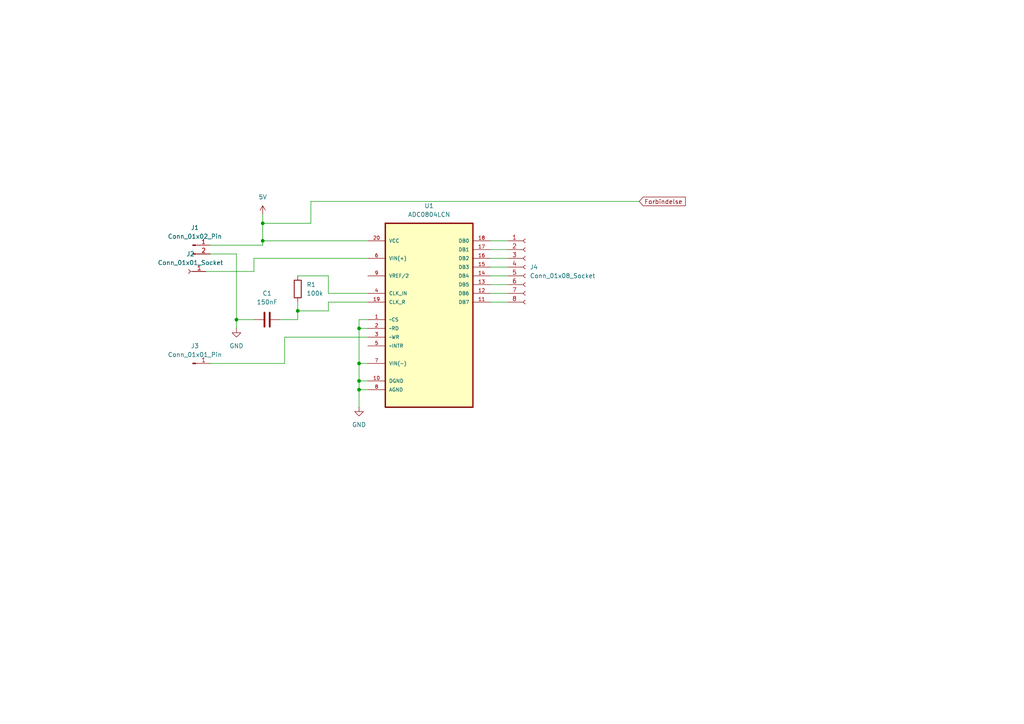
<source format=kicad_sch>
(kicad_sch (version 20250114) (generator "eeschema") (generator_version "9.0")
  (paper "A4")
  (lib_symbols
    (symbol "ADC0804LCN:ADC0804LCN" (pin_names (offset 1.016))
      (property "Reference" "U" (at -5.8785 24.6338 0))
      (property "Value" "ADC0804LCN" (at -5.1859 -33.4032 0))
      (symbol "ADC0804LCN_0_0"
        (rectangle (start -12.7 -30.48) (end 12.7 22.86) (stroke (width 0.4064)) (fill (type background)))
        (pin power_in line (at -17.78 17.78 0) (length 5.08) (name "VCC") (number "20"))
        (pin power_in line (at -17.78 12.7 0) (length 5.08) (name "VIN(+)") (number "6"))
        (pin input line (at -17.78 7.62 0) (length 5.08) (name "VREF/2") (number "9"))
        (pin input line (at -17.78 2.54 0) (length 5.08) (name "CLK_IN") (number "4"))
        (pin input line (at -17.78 0 0) (length 5.08) (name "CLK_R") (number "19"))
        (pin input line (at -17.78 -5.08 0) (length 5.08) (name "~CS") (number "1"))
        (pin input line (at -17.78 -7.62 0) (length 5.08) (name "~RD") (number "2"))
        (pin input line (at -17.78 -10.16 0) (length 5.08) (name "~WR") (number "3"))
        (pin input line (at -17.78 -12.7 0) (length 5.08) (name "~INTR") (number "5"))
        (pin power_in line (at -17.78 -17.78 0) (length 5.08) (name "VIN(-)") (number "7"))
        (pin passive line (at -17.78 -22.86 0) (length 5.08) (name "DGND") (number "10"))
        (pin passive line (at -17.78 -25.4 0) (length 5.08) (name "AGND") (number "8"))
        (pin passive line (at 17.78 17.78 180) (length 5.08) (name "DB0") (number "18"))
        (pin passive line (at 17.78 15.24 180) (length 5.08) (name "DB1") (number "17"))
        (pin passive line (at 17.78 12.7 180) (length 5.08) (name "DB2") (number "16"))
        (pin passive line (at 17.78 10.16 180) (length 5.08) (name "DB3") (number "15"))
        (pin passive line (at 17.78 7.62 180) (length 5.08) (name "DB4") (number "14"))
        (pin passive line (at 17.78 5.08 180) (length 5.08) (name "DB5") (number "13"))
        (pin passive line (at 17.78 2.54 180) (length 5.08) (name "DB6") (number "12"))
        (pin passive line (at 17.78 0 180) (length 5.08) (name "DB7") (number "11"))
      )
    )
    (symbol "Connector:Conn_01x01_Pin" (pin_names (offset 1.016) (hide yes))
      (property "Reference" "J" (at 0 2.54 0))
      (property "Value" "Conn_01x01_Pin" (at 0 -2.54 0))
      (symbol "Conn_01x01_Pin_1_1"
        (rectangle (start 0.8636 0.127) (end 0 -0.127) (stroke (width 0.1524)) (fill (type outline)))
        (polyline (pts (xy 1.27 0) (xy 0.8636 0)) (stroke (width 0.1524)))
        (pin passive line (at 5.08 0 180) (length 3.81) (name "Pin_1") (number "1"))
      )
    )
    (symbol "Connector:Conn_01x01_Socket" (pin_names (offset 1.016) (hide yes))
      (property "Reference" "J" (at 0 2.54 0))
      (property "Value" "Conn_01x01_Socket" (at 0 -2.54 0))
      (symbol "Conn_01x01_Socket_1_1"
        (polyline (pts (xy -1.27 0) (xy -0.508 0)) (stroke (width 0.1524)))
        (arc (start 0 -0.508) (mid -0.5058 0) (end 0 0.508) (stroke (width 0.1524)))
        (pin passive line (at -5.08 0 0) (length 3.81) (name "Pin_1") (number "1"))
      )
    )
    (symbol "Connector:Conn_01x02_Pin" (pin_names (offset 1.016) (hide yes))
      (property "Reference" "J" (at 0 2.54 0))
      (property "Value" "Conn_01x02_Pin" (at 0 -5.08 0))
      (symbol "Conn_01x02_Pin_1_1"
        (rectangle (start 0.8636 0.127) (end 0 -0.127) (stroke (width 0.1524)) (fill (type outline)))
        (rectangle (start 0.8636 -2.413) (end 0 -2.667) (stroke (width 0.1524)) (fill (type outline)))
        (polyline (pts (xy 1.27 0) (xy 0.8636 0)) (stroke (width 0.1524)))
        (polyline (pts (xy 1.27 -2.54) (xy 0.8636 -2.54)) (stroke (width 0.1524)))
        (pin passive line (at 5.08 0 180) (length 3.81) (name "Pin_1") (number "1"))
        (pin passive line (at 5.08 -2.54 180) (length 3.81) (name "Pin_2") (number "2"))
      )
    )
    (symbol "Connector:Conn_01x08_Socket" (pin_names (offset 1.016) (hide yes))
      (property "Reference" "J" (at 0 10.16 0))
      (property "Value" "Conn_01x08_Socket" (at 0 -12.7 0))
      (symbol "Conn_01x08_Socket_1_1"
        (polyline (pts (xy -1.27 7.62) (xy -0.508 7.62)) (stroke (width 0.1524)))
        (polyline (pts (xy -1.27 5.08) (xy -0.508 5.08)) (stroke (width 0.1524)))
        (polyline (pts (xy -1.27 2.54) (xy -0.508 2.54)) (stroke (width 0.1524)))
        (polyline (pts (xy -1.27 0) (xy -0.508 0)) (stroke (width 0.1524)))
        (polyline (pts (xy -1.27 -2.54) (xy -0.508 -2.54)) (stroke (width 0.1524)))
        (polyline (pts (xy -1.27 -5.08) (xy -0.508 -5.08)) (stroke (width 0.1524)))
        (polyline (pts (xy -1.27 -7.62) (xy -0.508 -7.62)) (stroke (width 0.1524)))
        (polyline (pts (xy -1.27 -10.16) (xy -0.508 -10.16)) (stroke (width 0.1524)))
        (arc (start 0 7.112) (mid -0.5058 7.62) (end 0 8.128) (stroke (width 0.1524)))
        (arc (start 0 4.572) (mid -0.5058 5.08) (end 0 5.588) (stroke (width 0.1524)))
        (arc (start 0 2.032) (mid -0.5058 2.54) (end 0 3.048) (stroke (width 0.1524)))
        (arc (start 0 -0.508) (mid -0.5058 0) (end 0 0.508) (stroke (width 0.1524)))
        (arc (start 0 -3.048) (mid -0.5058 -2.54) (end 0 -2.032) (stroke (width 0.1524)))
        (arc (start 0 -5.588) (mid -0.5058 -5.08) (end 0 -4.572) (stroke (width 0.1524)))
        (arc (start 0 -8.128) (mid -0.5058 -7.62) (end 0 -7.112) (stroke (width 0.1524)))
        (arc (start 0 -10.668) (mid -0.5058 -10.16) (end 0 -9.652) (stroke (width 0.1524)))
        (pin passive line (at -5.08 7.62 0) (length 3.81) (name "Pin_1") (number "1"))
        (pin passive line (at -5.08 5.08 0) (length 3.81) (name "Pin_2") (number "2"))
        (pin passive line (at -5.08 2.54 0) (length 3.81) (name "Pin_3") (number "3"))
        (pin passive line (at -5.08 0 0) (length 3.81) (name "Pin_4") (number "4"))
        (pin passive line (at -5.08 -2.54 0) (length 3.81) (name "Pin_5") (number "5"))
        (pin passive line (at -5.08 -5.08 0) (length 3.81) (name "Pin_6") (number "6"))
        (pin passive line (at -5.08 -7.62 0) (length 3.81) (name "Pin_7") (number "7"))
        (pin passive line (at -5.08 -10.16 0) (length 3.81) (name "Pin_8") (number "8"))
      )
    )
    (symbol "Device:C" (pin_numbers (hide yes)) (pin_names (offset 0.254))
      (property "Reference" "C" (at 0.635 2.54 0))
      (property "Value" "C" (at 0.635 -2.54 0))
      (symbol "C_0_1"
        (polyline (pts (xy -2.032 0.762) (xy 2.032 0.762)) (stroke (width 0.508)))
        (polyline (pts (xy -2.032 -0.762) (xy 2.032 -0.762)) (stroke (width 0.508)))
      )
      (symbol "C_1_1"
        (pin passive line (at 0 3.81 270) (length 2.794) (name "~") (number "1"))
        (pin passive line (at 0 -3.81 90) (length 2.794) (name "~") (number "2"))
      )
    )
    (symbol "Device:R" (pin_numbers (hide yes)) (pin_names (offset 0))
      (property "Reference" "R" (at 2.032 0 90))
      (property "Value" "R" (at 0 0 90))
      (symbol "R_0_1"
        (rectangle (start -1.016 -2.54) (end 1.016 2.54) (stroke (width 0.254)))
      )
      (symbol "R_1_1"
        (pin passive line (at 0 3.81 270) (length 1.27) (name "~") (number "1"))
        (pin passive line (at 0 -3.81 90) (length 1.27) (name "~") (number "2"))
      )
    )
    (symbol "power:GND" (power) (pin_numbers (hide yes)) (pin_names (offset 0) (hide yes))
      (property "Value" "GND" (at 0 -3.81 0))
      (symbol "GND_0_1"
        (polyline (pts (xy 0 0) (xy 0 -1.27) (xy 1.27 -1.27) (xy 0 -2.54) (xy -1.27 -1.27) (xy 0 -1.27)))
      )
      (symbol "GND_1_1"
        (pin power_in line (at 0 0 270) (length 0) (name "~") (number "1"))
      )
    )
    (symbol "power:VCC" (power) (pin_numbers (hide yes)) (pin_names (offset 0) (hide yes))
      (property "Value" "VCC" (at 0 3.556 0))
      (symbol "VCC_0_1"
        (polyline (pts (xy -0.762 1.27) (xy 0 2.54)))
        (polyline (pts (xy 0 2.54) (xy 0.762 1.27)))
        (polyline (pts (xy 0 0) (xy 0 2.54)))
      )
      (symbol "VCC_1_1"
        (pin power_in line (at 0 0 90) (length 0) (name "~") (number "1"))
      )
    )
  )
  (junction (at 76.2 64.77))
  (junction (at 104.14 105.41))
  (junction (at 104.14 110.49))
  (junction (at 76.2 69.85))
  (junction (at 86.36 90.17))
  (junction (at 104.14 95.25))
  (junction (at 68.58 92.71))
  (junction (at 104.14 113.03))
  (wire (pts (xy 142.24 72.39) (xy 147.32 72.39)))
  (wire (pts (xy 73.66 74.93) (xy 106.68 74.93)))
  (wire (pts (xy 95.25 87.63) (xy 106.68 87.63)))
  (wire (pts (xy 142.24 74.93) (xy 147.32 74.93)))
  (wire (pts (xy 68.58 73.66) (xy 68.58 92.71)))
  (wire (pts (xy 142.24 82.55) (xy 147.32 82.55)))
  (wire (pts (xy 90.17 58.42) (xy 185.42 58.42)))
  (wire (pts (xy 59.69 78.74) (xy 73.66 78.74)))
  (wire (pts (xy 76.2 69.85) (xy 106.68 69.85)))
  (wire (pts (xy 142.24 69.85) (xy 147.32 69.85)))
  (wire (pts (xy 104.14 105.41) (xy 106.68 105.41)))
  (wire (pts (xy 76.2 64.77) (xy 90.17 64.77)))
  (wire (pts (xy 76.2 71.12) (xy 76.2 69.85)))
  (wire (pts (xy 86.36 90.17) (xy 95.25 90.17)))
  (wire (pts (xy 60.96 73.66) (xy 68.58 73.66)))
  (wire (pts (xy 104.14 95.25) (xy 104.14 92.71)))
  (wire (pts (xy 60.96 71.12) (xy 76.2 71.12)))
  (wire (pts (xy 60.96 105.41) (xy 82.55 105.41)))
  (wire (pts (xy 76.2 64.77) (xy 76.2 62.23)))
  (wire (pts (xy 82.55 97.79) (xy 106.68 97.79)))
  (wire (pts (xy 90.17 64.77) (xy 90.17 58.42)))
  (wire (pts (xy 81.28 92.71) (xy 86.36 92.71)))
  (wire (pts (xy 95.25 85.09) (xy 106.68 85.09)))
  (wire (pts (xy 95.25 90.17) (xy 95.25 87.63)))
  (wire (pts (xy 104.14 95.25) (xy 106.68 95.25)))
  (wire (pts (xy 142.24 77.47) (xy 147.32 77.47)))
  (wire (pts (xy 82.55 105.41) (xy 82.55 97.79)))
  (wire (pts (xy 104.14 110.49) (xy 104.14 105.41)))
  (wire (pts (xy 68.58 92.71) (xy 68.58 95.25)))
  (wire (pts (xy 104.14 110.49) (xy 106.68 110.49)))
  (wire (pts (xy 73.66 78.74) (xy 73.66 74.93)))
  (wire (pts (xy 142.24 85.09) (xy 147.32 85.09)))
  (wire (pts (xy 142.24 80.01) (xy 147.32 80.01)))
  (wire (pts (xy 95.25 80.01) (xy 95.25 85.09)))
  (wire (pts (xy 104.14 118.11) (xy 104.14 113.03)))
  (wire (pts (xy 68.58 92.71) (xy 73.66 92.71)))
  (wire (pts (xy 76.2 69.85) (xy 76.2 64.77)))
  (wire (pts (xy 142.24 87.63) (xy 147.32 87.63)))
  (wire (pts (xy 86.36 90.17) (xy 86.36 87.63)))
  (wire (pts (xy 86.36 92.71) (xy 86.36 90.17)))
  (wire (pts (xy 86.36 80.01) (xy 95.25 80.01)))
  (wire (pts (xy 104.14 92.71) (xy 106.68 92.71)))
  (wire (pts (xy 104.14 113.03) (xy 106.68 113.03)))
  (wire (pts (xy 104.14 113.03) (xy 104.14 110.49)))
  (wire (pts (xy 104.14 105.41) (xy 104.14 95.25)))
  (global_label "Forbindelse" (shape input) (at 185.42 58.42 0) (property "Intersheetrefs" "${INTERSHEET_REFS}" (effects (hide yes))))
  (symbol (lib_id "power:VCC") (at 76.2 62.23 0) (unit 1)
    (property "Reference" "#PWR01" (effects (hide yes)))
    (property "Value" "5V" (at 76.2 57.15 0))
    (property "Description" "Power symbol creates a global label with name \"VCC\"" (effects (hide yes)))
  )
  (symbol (lib_id "power:GND") (at 104.14 118.11 0) (unit 1)
    (property "Reference" "#PWR03" (effects (hide yes)))
    (property "Value" "GND" (at 104.14 123.19 0))
    (property "Description" "Power symbol creates a global label with name \"GND\" , ground" (effects (hide yes)))
  )
  (symbol (lib_id "Connector:Conn_01x01_Socket") (at 54.61 78.74 180) (unit 1)
    (property "Reference" "J2" (at 55.245 73.66 0))
    (property "Value" "Conn_01x01_Socket" (at 55.245 76.2 0))
    (property "Description" "Generic connector, single row, 01x01, script generated" (effects (hide yes)))
  )
  (symbol (lib_id "power:GND") (at 68.58 95.25 0) (unit 1)
    (property "Reference" "#PWR02" (effects (hide yes)))
    (property "Value" "GND" (at 68.58 100.33 0))
    (property "Description" "Power symbol creates a global label with name \"GND\" , ground" (effects (hide yes)))
  )
  (symbol (lib_id "Device:C") (at 77.47 92.71 90) (unit 1)
    (property "Reference" "C1" (at 77.47 85.09 90))
    (property "Value" "150nF" (at 77.47 87.63 90))
    (property "Description" "Unpolarized capacitor" (effects (hide yes)))
  )
  (symbol (lib_id "Connector:Conn_01x01_Pin") (at 55.88 105.41 0) (unit 1)
    (property "Reference" "J3" (at 56.515 100.33 0))
    (property "Value" "Conn_01x01_Pin" (at 56.515 102.87 0))
    (property "Description" "Generic connector, single row, 01x01, script generated" (effects (hide yes)))
  )
  (symbol (lib_id "Device:R") (at 86.36 83.82 0) (unit 1)
    (property "Reference" "R1" (at 88.9 82.5499 0) (effects (justify left)))
    (property "Value" "100k" (at 88.9 85.0899 0) (effects (justify left)))
    (property "Description" "Resistor" (effects (hide yes)))
  )
  (symbol (lib_id "ADC0804LCN:ADC0804LCN") (at 124.46 87.63 0) (unit 1)
    (property "Reference" "U1" (at 124.46 59.69 0))
    (property "Value" "ADC0804LCN" (at 124.46 62.23 0))
    (property "Footprint" "ADC0804LCN:DIP254P762X508-20" (effects (hide yes)))
    (property "MF" "Renesas Electronics" (effects (hide yes)))
    (property "Description_1" "8 Bit Analog to Digital Converter 1 Input 1 SAR 20-PDIP" (effects (hide yes)))
    (property "PACKAGE" "20-DIP" (effects (hide yes)))
    (property "MPN" "ADC0804LCN" (effects (hide yes)))
    (property "Price" "None" (effects (hide yes)))
    (property "Package" "DIP-20 Analog Devices" (effects (hide yes)))
    (property "OC_FARNELL" "9486593" (effects (hide yes)))
    (property "SnapEDA_Link" "https://www.snapeda.com/parts/ADC0804-LCN/Renesas/view-part/?ref=snap" (effects (hide yes)))
    (property "MP" "ADC0804-LCN" (effects (hide yes)))
    (property "SUPPLIER" "National Semiconductor" (effects (hide yes)))
    (property "OC_NEWARK" "07B4596" (effects (hide yes)))
    (property "Availability" "In Stock" (effects (hide yes)))
    (property "Check_prices" "https://www.snapeda.com/parts/ADC0804-LCN/Renesas/view-part/?ref=eda" (effects (hide yes)))
  )
  (symbol (lib_id "Connector:Conn_01x02_Pin") (at 55.88 71.12 0) (unit 1)
    (property "Reference" "J1" (at 56.515 66.04 0))
    (property "Value" "Conn_01x02_Pin" (at 56.515 68.58 0))
    (property "Description" "Generic connector, single row, 01x02, script generated" (effects (hide yes)))
  )
  (symbol (lib_id "Connector:Conn_01x08_Socket") (at 152.4 77.47 0) (unit 1)
    (property "Reference" "J4" (at 153.67 77.4699 0) (effects (justify left)))
    (property "Value" "Conn_01x08_Socket" (at 153.67 80.0099 0) (effects (justify left)))
    (property "Description" "Generic connector, single row, 01x08, script generated" (effects (hide yes)))
  )
)
</source>
